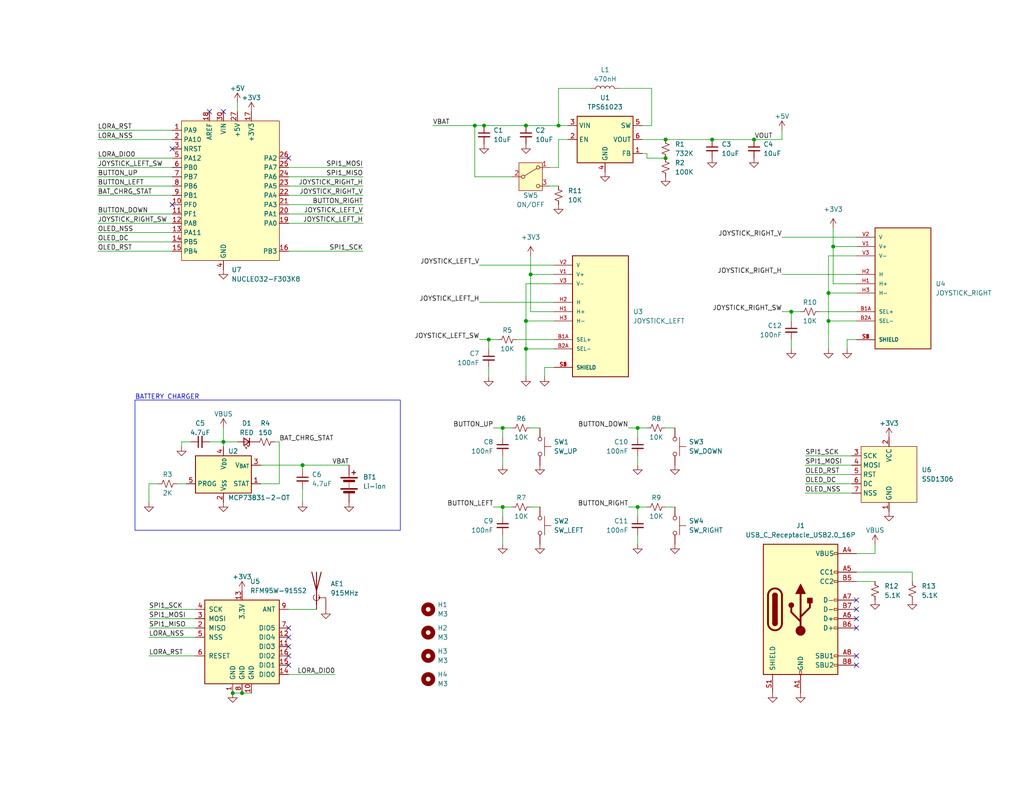
<source format=kicad_sch>
(kicad_sch (version 20231120) (generator "eeschema") (generator_version "8.0")
  (paper "USLetter")
  (title_block (title "AMP_RCv2") (date "2024-03-14") (rev "A") (company "Autonomous Motorsports Purdue"))
  (lib_symbols
    (symbol "AMP_Custom:NUCLEO32-F303K8"
      (property "Reference" "U" (at -10.16 -1.27 0))
      (property "Value" "NUCLEO32-F303K8" (at 10.16 -1.27 0))
      (symbol "NUCLEO32-F303K8_1_1"
        (rectangle (start -11.43 38.1) (end 15.24 0) (fill (type background)))
        (pin bidirectional line (at -13.97 35.56 0) (length 2.54) (name "PA9") (number "1"))
        (pin bidirectional line (at -13.97 15.24 0) (length 2.54) (name "PF0") (number "10"))
        (pin bidirectional line (at -13.97 12.7 0) (length 2.54) (name "PF1") (number "11"))
        (pin bidirectional line (at -13.97 10.16 0) (length 2.54) (name "PA8") (number "12"))
        (pin bidirectional line (at -13.97 7.62 0) (length 2.54) (name "PA11") (number "13"))
        (pin bidirectional line (at -13.97 5.08 0) (length 2.54) (name "PB5") (number "14"))
        (pin bidirectional line (at -13.97 2.54 0) (length 2.54) (name "PB4") (number "15"))
        (pin bidirectional line (at 17.78 2.54 180) (length 2.54) (name "PB3") (number "16"))
        (pin power_in line (at 7.62 40.64 270) (length 2.54) (name "+3V3") (number "17"))
        (pin power_in line (at -3.81 40.64 270) (length 2.54) (name "AREF") (number "18"))
        (pin bidirectional line (at 17.78 10.16 180) (length 2.54) (name "PA0") (number "19"))
        (pin bidirectional line (at -13.97 33.02 0) (length 2.54) (name "PA10") (number "2"))
        (pin bidirectional line (at 17.78 12.7 180) (length 2.54) (name "PA1") (number "20"))
        (pin bidirectional line (at 17.78 15.24 180) (length 2.54) (name "PA3") (number "21"))
        (pin bidirectional line (at 17.78 17.78 180) (length 2.54) (name "PA4") (number "22"))
        (pin bidirectional line (at 17.78 20.32 180) (length 2.54) (name "PA5") (number "23"))
        (pin bidirectional line (at 17.78 22.86 180) (length 2.54) (name "PA6") (number "24"))
        (pin bidirectional line (at 17.78 25.4 180) (length 2.54) (name "PA7") (number "25"))
        (pin bidirectional line (at 17.78 27.94 180) (length 2.54) (name "PA2") (number "26"))
        (pin power_in line (at 3.81 40.64 270) (length 2.54) (name "+5V") (number "27"))
        (pin bidirectional line (at -13.97 30.48 0) (length 2.54) hide (name "NRST") (number "28"))
        (pin power_in line (at 0 -2.54 90) (length 2.54) hide (name "GND") (number "29"))
        (pin bidirectional line (at -13.97 30.48 0) (length 2.54) (name "NRST") (number "3"))
        (pin power_in line (at 0 40.64 270) (length 2.54) (name "VIN") (number "30"))
        (pin power_in line (at 0 -2.54 90) (length 2.54) (name "GND") (number "4"))
        (pin bidirectional line (at -13.97 27.94 0) (length 2.54) (name "PA12") (number "5"))
        (pin bidirectional line (at -13.97 25.4 0) (length 2.54) (name "PB0") (number "6"))
        (pin bidirectional line (at -13.97 22.86 0) (length 2.54) (name "PB7") (number "7"))
        (pin bidirectional line (at -13.97 20.32 0) (length 2.54) (name "PB6") (number "8"))
        (pin bidirectional line (at -13.97 17.78 0) (length 2.54) (name "PB1") (number "9"))
      )
    )
    (symbol "AMP_Custom:SSD1306_SPI"
      (property "Reference" "U" (at 2.54 8.89 0))
      (property "Value" "SSD1306" (at 5.08 -8.89 0))
      (symbol "SSD1306_SPI_1_1"
        (rectangle (start -7.62 7.62) (end 7.62 -7.62) (fill (type background)))
        (pin power_in line (at 0 -10.16 90) (length 2.54) (name "GND") (number "1"))
        (pin power_in line (at 0 10.16 270) (length 2.54) (name "VCC") (number "2"))
        (pin input line (at -10.16 5.08 0) (length 2.54) (name "SCK") (number "3"))
        (pin input line (at -10.16 2.54 0) (length 2.54) (name "MOSI") (number "4"))
        (pin input line (at -10.16 0 0) (length 2.54) (name "RST") (number "5"))
        (pin input line (at -10.16 -2.54 0) (length 2.54) (name "DC") (number "6"))
        (pin input line (at -10.16 -5.08 0) (length 2.54) (name "NSS") (number "7"))
      )
    )
    (symbol "AMP_Custom:TPS61023"
      (property "Reference" "U" (at -5.08 6.35 0))
      (property "Value" "TPS61023" (at 0 6.35 0))
      (symbol "TPS61023_0_1"
        (rectangle (start -7.62 5.08) (end 7.62 -7.62) (stroke (width 0.254)) (fill (type background)))
      )
      (symbol "TPS61023_1_1"
        (pin input line (at 10.16 -5.08 180) (length 2.54) (name "FB") (number "1"))
        (pin input line (at -10.16 -1.27 0) (length 2.54) (name "EN") (number "2"))
        (pin power_in line (at -10.16 2.54 0) (length 2.54) (name "VIN") (number "3"))
        (pin power_in line (at 0 -10.16 90) (length 2.54) (name "GND") (number "4"))
        (pin power_out line (at 10.16 2.54 180) (length 2.54) (name "SW") (number "5"))
        (pin power_out line (at 10.16 -1.27 180) (length 2.54) (name "VOUT") (number "6"))
      )
    )
    (symbol "Battery_Management:MCP73831-2-OT"
      (property "Reference" "U" (at -7.62 6.35 0))
      (property "Value" "MCP73831-2-OT" (at 1.27 6.35 0))
      (symbol "MCP73831-2-OT_0_1"
        (rectangle (start -7.62 5.08) (end 7.62 -5.08) (stroke (width 0.254)) (fill (type background)))
      )
      (symbol "MCP73831-2-OT_1_1"
        (pin output line (at 10.16 -2.54 180) (length 2.54) (name "STAT") (number "1"))
        (pin power_in line (at 0 -7.62 90) (length 2.54) (name "V_{SS}") (number "2"))
        (pin power_out line (at 10.16 2.54 180) (length 2.54) (name "V_{BAT}") (number "3"))
        (pin power_in line (at 0 7.62 270) (length 2.54) (name "V_{DD}") (number "4"))
        (pin input line (at -10.16 -2.54 0) (length 2.54) (name "PROG") (number "5"))
      )
    )
    (symbol "COM-09032:COM-09032" (pin_names (offset 1.016))
      (property "Reference" "U" (at -7.62 16.002 0))
      (property "Value" "COM-09032" (at -7.62 -20.32 0))
      (symbol "COM-09032_0_0"
        (rectangle (start -7.62 -17.78) (end 7.62 15.24) (stroke (width 0.254)) (fill (type background)))
        (pin passive line (at -12.7 -7.62 0) (length 5.08) (name "SEL+") (number "B1A"))
        (pin passive line (at -12.7 -10.16 0) (length 5.08) (name "SEL-") (number "B2A"))
        (pin passive line (at -12.7 0 0) (length 5.08) (name "H+") (number "H1"))
        (pin passive line (at -12.7 2.54 0) (length 5.08) (name "H") (number "H2"))
        (pin passive line (at -12.7 -2.54 0) (length 5.08) (name "H-") (number "H3"))
        (pin passive line (at -12.7 -15.24 0) (length 5.08) (name "SHIELD") (number "S1"))
        (pin passive line (at -12.7 -15.24 0) (length 5.08) (name "SHIELD") (number "S2"))
        (pin passive line (at -12.7 -15.24 0) (length 5.08) (name "SHIELD") (number "S3"))
        (pin passive line (at -12.7 -15.24 0) (length 5.08) (name "SHIELD") (number "S4"))
        (pin passive line (at -12.7 10.16 0) (length 5.08) (name "V+") (number "V1"))
        (pin passive line (at -12.7 12.7 0) (length 5.08) (name "V") (number "V2"))
        (pin passive line (at -12.7 7.62 0) (length 5.08) (name "V-") (number "V3"))
      )
    )
    (symbol "Connector:USB_C_Receptacle_USB2.0_16P" (pin_names (offset 1.016))
      (property "Reference" "J" (at 0 22.225 0))
      (property "Value" "USB_C_Receptacle_USB2.0_16P" (at 0 19.685 0))
      (symbol "USB_C_Receptacle_USB2.0_16P_0_0"
        (rectangle (start -0.254 -17.78) (end 0.254 -16.764))
        (rectangle (start 10.16 -14.986) (end 9.144 -15.494))
        (rectangle (start 10.16 -12.446) (end 9.144 -12.954))
        (rectangle (start 10.16 -4.826) (end 9.144 -5.334))
        (rectangle (start 10.16 -2.286) (end 9.144 -2.794))
        (rectangle (start 10.16 0.254) (end 9.144 -0.254))
        (rectangle (start 10.16 2.794) (end 9.144 2.286))
        (rectangle (start 10.16 7.874) (end 9.144 7.366))
        (rectangle (start 10.16 10.414) (end 9.144 9.906))
        (rectangle (start 10.16 15.494) (end 9.144 14.986))
      )
      (symbol "USB_C_Receptacle_USB2.0_16P_0_1"
        (rectangle (start -10.16 17.78) (end 10.16 -17.78) (stroke (width 0.254)) (fill (type background)))
        (arc (start -8.89 -3.81) (mid -6.985 -5.7067) (end -5.08 -3.81) (stroke (width 0.508)))
        (arc (start -7.62 -3.81) (mid -6.985 -4.4423) (end -6.35 -3.81) (stroke (width 0.254)))
        (arc (start -7.62 -3.81) (mid -6.985 -4.4423) (end -6.35 -3.81) (stroke (width 0.254)) (fill (type outline)))
        (rectangle (start -7.62 -3.81) (end -6.35 3.81) (stroke (width 0.254)) (fill (type outline)))
        (arc (start -6.35 3.81) (mid -6.985 4.4423) (end -7.62 3.81) (stroke (width 0.254)))
        (arc (start -6.35 3.81) (mid -6.985 4.4423) (end -7.62 3.81) (stroke (width 0.254)) (fill (type outline)))
        (arc (start -5.08 3.81) (mid -6.985 5.7067) (end -8.89 3.81) (stroke (width 0.508)))
        (circle (center -2.54 1.143) (radius 0.635) (stroke (width 0.254)) (fill (type outline)))
        (circle (center 0 -5.842) (radius 1.27) (fill (type outline)))
        (polyline (pts (xy -8.89 -3.81) (xy -8.89 3.81)) (stroke (width 0.508)))
        (polyline (pts (xy -5.08 3.81) (xy -5.08 -3.81)) (stroke (width 0.508)))
        (polyline (pts (xy 0 -5.842) (xy 0 4.318)) (stroke (width 0.508)))
        (polyline (pts (xy 0 -3.302) (xy -2.54 -0.762) (xy -2.54 0.508)) (stroke (width 0.508)))
        (polyline (pts (xy 0 -2.032) (xy 2.54 0.508) (xy 2.54 1.778)) (stroke (width 0.508)))
        (polyline (pts (xy -1.27 4.318) (xy 0 6.858) (xy 1.27 4.318) (xy -1.27 4.318)) (stroke (width 0.254)) (fill (type outline)))
        (rectangle (start 1.905 1.778) (end 3.175 3.048) (stroke (width 0.254)) (fill (type outline)))
      )
      (symbol "USB_C_Receptacle_USB2.0_16P_1_1"
        (pin passive line (at 0 -22.86 90) (length 5.08) (name "GND") (number "A1"))
        (pin passive line (at 0 -22.86 90) (length 5.08) hide (name "GND") (number "A12"))
        (pin passive line (at 15.24 15.24 180) (length 5.08) (name "VBUS") (number "A4"))
        (pin bidirectional line (at 15.24 10.16 180) (length 5.08) (name "CC1") (number "A5"))
        (pin bidirectional line (at 15.24 -2.54 180) (length 5.08) (name "D+") (number "A6"))
        (pin bidirectional line (at 15.24 2.54 180) (length 5.08) (name "D-") (number "A7"))
        (pin bidirectional line (at 15.24 -12.7 180) (length 5.08) (name "SBU1") (number "A8"))
        (pin passive line (at 15.24 15.24 180) (length 5.08) hide (name "VBUS") (number "A9"))
        (pin passive line (at 0 -22.86 90) (length 5.08) hide (name "GND") (number "B1"))
        (pin passive line (at 0 -22.86 90) (length 5.08) hide (name "GND") (number "B12"))
        (pin passive line (at 15.24 15.24 180) (length 5.08) hide (name "VBUS") (number "B4"))
        (pin bidirectional line (at 15.24 7.62 180) (length 5.08) (name "CC2") (number "B5"))
        (pin bidirectional line (at 15.24 -5.08 180) (length 5.08) (name "D+") (number "B6"))
        (pin bidirectional line (at 15.24 0 180) (length 5.08) (name "D-") (number "B7"))
        (pin bidirectional line (at 15.24 -15.24 180) (length 5.08) (name "SBU2") (number "B8"))
        (pin passive line (at 15.24 15.24 180) (length 5.08) hide (name "VBUS") (number "B9"))
        (pin passive line (at -7.62 -22.86 90) (length 5.08) (name "SHIELD") (number "S1"))
      )
    )
    (symbol "Device:Antenna_Shield" (pin_numbers hide) (pin_names (offset 1.016) hide)
      (property "Reference" "AE" (at -1.905 4.445 0))
      (property "Value" "Antenna_Shield" (at -1.905 2.54 0))
      (symbol "Antenna_Shield_0_1"
        (arc (start -0.508 -1.143) (mid -0.8429 -2.1194) (end 0 -2.667))
        (arc (start 0 -2.667) (mid 0.7989 -2.1052) (end 0.508 -1.143))
        (polyline (pts (xy 0 -2.54) (xy 0 0)))
        (polyline (pts (xy 0 5.08) (xy 0 -3.81)) (stroke (width 0.254)))
        (polyline (pts (xy 0.762 -1.905) (xy 2.54 -1.905)))
        (polyline (pts (xy 2.54 -2.54) (xy 2.54 -1.905)))
        (polyline (pts (xy 1.27 5.08) (xy 0 0) (xy -1.27 5.08)) (stroke (width 0.254)))
        (circle (center 0.762 -1.905) (radius 0.1778) (fill (type outline)))
      )
      (symbol "Antenna_Shield_1_1"
        (pin input line (at 0 -5.08 90) (length 2.54) (name "A") (number "1"))
        (pin input line (at 2.54 -5.08 90) (length 2.54) (name "Shield") (number "2"))
      )
    )
    (symbol "Device:Battery" (pin_numbers hide) (pin_names (offset 0) hide)
      (property "Reference" "BT" (at 2.54 2.54 0))
      (property "Value" "Battery" (at 2.54 0 0))
      (symbol "Battery_0_1"
        (rectangle (start -2.286 -1.27) (end 2.286 -1.524) (fill (type outline)))
        (rectangle (start -2.286 1.778) (end 2.286 1.524) (fill (type outline)))
        (rectangle (start -1.524 -2.032) (end 1.524 -2.54) (fill (type outline)))
        (rectangle (start -1.524 1.016) (end 1.524 0.508) (fill (type outline)))
        (polyline (pts (xy 0 -1.016) (xy 0 -0.762)))
        (polyline (pts (xy 0 -0.508) (xy 0 -0.254)))
        (polyline (pts (xy 0 0) (xy 0 0.254)))
        (polyline (pts (xy 0 1.778) (xy 0 2.54)))
        (polyline (pts (xy 0.762 3.048) (xy 1.778 3.048)) (stroke (width 0.254)))
        (polyline (pts (xy 1.27 3.556) (xy 1.27 2.54)) (stroke (width 0.254)))
      )
      (symbol "Battery_1_1"
        (pin passive line (at 0 5.08 270) (length 2.54) (name "+") (number "1"))
        (pin passive line (at 0 -5.08 90) (length 2.54) (name "-") (number "2"))
      )
    )
    (symbol "Device:C_Small" (pin_numbers hide) (pin_names (offset 0.254) hide)
      (property "Reference" "C" (at 0.254 1.778 0))
      (property "Value" "C_Small" (at 0.254 -2.032 0))
      (symbol "C_Small_0_1"
        (polyline (pts (xy -1.524 -0.508) (xy 1.524 -0.508)) (stroke (width 0.3302)))
        (polyline (pts (xy -1.524 0.508) (xy 1.524 0.508)) (stroke (width 0.3048)))
      )
      (symbol "C_Small_1_1"
        (pin passive line (at 0 2.54 270) (length 2.032) (name "~") (number "1"))
        (pin passive line (at 0 -2.54 90) (length 2.032) (name "~") (number "2"))
      )
    )
    (symbol "Device:L" (pin_numbers hide) (pin_names (offset 1.016) hide)
      (property "Reference" "L" (at -1.27 0 90))
      (property "Value" "L" (at 1.905 0 90))
      (symbol "L_0_1"
        (arc (start 0 -2.54) (mid 0.6323 -1.905) (end 0 -1.27))
        (arc (start 0 -1.27) (mid 0.6323 -0.635) (end 0 0))
        (arc (start 0 0) (mid 0.6323 0.635) (end 0 1.27))
        (arc (start 0 1.27) (mid 0.6323 1.905) (end 0 2.54))
      )
      (symbol "L_1_1"
        (pin passive line (at 0 3.81 270) (length 1.27) (name "1") (number "1"))
        (pin passive line (at 0 -3.81 90) (length 1.27) (name "2") (number "2"))
      )
    )
    (symbol "Device:LED_Small" (pin_numbers hide) (pin_names (offset 0.254) hide)
      (property "Reference" "D" (at -1.27 3.175 0))
      (property "Value" "LED_Small" (at -4.445 -2.54 0))
      (symbol "LED_Small_0_1"
        (polyline (pts (xy -0.762 -1.016) (xy -0.762 1.016)) (stroke (width 0.254)))
        (polyline (pts (xy 1.016 0) (xy -0.762 0)))
        (polyline (pts (xy 0.762 -1.016) (xy -0.762 0) (xy 0.762 1.016) (xy 0.762 -1.016)) (stroke (width 0.254)))
        (polyline (pts (xy 0 0.762) (xy -0.508 1.27) (xy -0.254 1.27) (xy -0.508 1.27) (xy -0.508 1.016)))
        (polyline (pts (xy 0.508 1.27) (xy 0 1.778) (xy 0.254 1.778) (xy 0 1.778) (xy 0 1.524)))
      )
      (symbol "LED_Small_1_1"
        (pin passive line (at -2.54 0 0) (length 1.778) (name "K") (number "1"))
        (pin passive line (at 2.54 0 180) (length 1.778) (name "A") (number "2"))
      )
    )
    (symbol "Device:R_Small_US" (pin_numbers hide) (pin_names (offset 0.254) hide)
      (property "Reference" "R" (at 0.762 0.508 0))
      (property "Value" "R_Small_US" (at 0.762 -1.016 0))
      (symbol "R_Small_US_1_1"
        (polyline (pts (xy 0 0) (xy 1.016 -0.381) (xy 0 -0.762) (xy -1.016 -1.143) (xy 0 -1.524)))
        (polyline (pts (xy 0 1.524) (xy 1.016 1.143) (xy 0 0.762) (xy -1.016 0.381) (xy 0 0)))
        (pin passive line (at 0 2.54 270) (length 1.016) (name "~") (number "1"))
        (pin passive line (at 0 -2.54 90) (length 1.016) (name "~") (number "2"))
      )
    )
    (symbol "Mechanical:MountingHole" (pin_names (offset 1.016))
      (property "Reference" "H" (at 0 5.08 0))
      (property "Value" "MountingHole" (at 0 3.175 0))
      (symbol "MountingHole_0_1"
        (circle (center 0 0) (radius 1.27) (stroke (width 1.27)))
      )
    )
    (symbol "RF_Module:RFM95W-915S2" (pin_names (offset 1.016))
      (property "Reference" "U" (at -10.414 11.684 0))
      (property "Value" "RFM95W-915S2" (at 1.524 11.43 0))
      (symbol "RFM95W-915S2_0_1"
        (rectangle (start -10.16 10.16) (end 10.16 -12.7) (stroke (width 0.254)) (fill (type background)))
      )
      (symbol "RFM95W-915S2_1_1"
        (pin power_in line (at -2.54 -15.24 90) (length 2.54) (name "GND") (number "1"))
        (pin power_in line (at 2.54 -15.24 90) (length 2.54) (name "GND") (number "10"))
        (pin bidirectional line (at 12.7 -2.54 180) (length 2.54) (name "DIO3") (number "11"))
        (pin bidirectional line (at 12.7 0 180) (length 2.54) (name "DIO4") (number "12"))
        (pin power_in line (at 0 12.7 270) (length 2.54) (name "3.3V") (number "13"))
        (pin bidirectional line (at 12.7 -10.16 180) (length 2.54) (name "DIO0") (number "14"))
        (pin bidirectional line (at 12.7 -7.62 180) (length 2.54) (name "DIO1") (number "15"))
        (pin bidirectional line (at 12.7 -5.08 180) (length 2.54) (name "DIO2") (number "16"))
        (pin output line (at -12.7 2.54 0) (length 2.54) (name "MISO") (number "2"))
        (pin input line (at -12.7 5.08 0) (length 2.54) (name "MOSI") (number "3"))
        (pin input line (at -12.7 7.62 0) (length 2.54) (name "SCK") (number "4"))
        (pin input line (at -12.7 0 0) (length 2.54) (name "NSS") (number "5"))
        (pin bidirectional line (at -12.7 -5.08 0) (length 2.54) (name "RESET") (number "6"))
        (pin bidirectional line (at 12.7 2.54 180) (length 2.54) (name "DIO5") (number "7"))
        (pin power_in line (at 0 -15.24 90) (length 2.54) (name "GND") (number "8"))
        (pin bidirectional line (at 12.7 7.62 180) (length 2.54) (name "ANT") (number "9"))
      )
    )
    (symbol "Switch:SW_Push" (pin_numbers hide) (pin_names (offset 1.016) hide)
      (property "Reference" "SW" (at 1.27 2.54 0))
      (property "Value" "SW_Push" (at 0 -1.524 0))
      (symbol "SW_Push_0_1"
        (circle (center -2.032 0) (radius 0.508))
        (polyline (pts (xy 0 1.27) (xy 0 3.048)))
        (polyline (pts (xy 2.54 1.27) (xy -2.54 1.27)))
        (circle (center 2.032 0) (radius 0.508))
        (pin passive line (at -5.08 0 0) (length 2.54) (name "1") (number "1"))
        (pin passive line (at 5.08 0 180) (length 2.54) (name "2") (number "2"))
      )
    )
    (symbol "Switch:SW_SPDT" (pin_names (offset 0) hide)
      (property "Reference" "SW" (at 0 5.08 0))
      (property "Value" "SW_SPDT" (at 0 -5.08 0))
      (symbol "SW_SPDT_0_1"
        (circle (center -2.032 0) (radius 0.4572))
        (polyline (pts (xy -1.651 0.254) (xy 1.651 2.286)))
        (circle (center 2.032 -2.54) (radius 0.4572))
        (circle (center 2.032 2.54) (radius 0.4572))
      )
      (symbol "SW_SPDT_1_1"
        (rectangle (start -3.175 3.81) (end 3.175 -3.81) (fill (type background)))
        (pin passive line (at 5.08 2.54 180) (length 2.54) (name "A") (number "1"))
        (pin passive line (at -5.08 0 0) (length 2.54) (name "B") (number "2"))
        (pin passive line (at 5.08 -2.54 180) (length 2.54) (name "C") (number "3"))
      )
    )
    (symbol "power:+3V3" (power) (pin_names (offset 0))
      (property "Value" "+3V3" (at 0 3.556 0))
      (symbol "+3V3_0_1"
        (polyline (pts (xy -0.762 1.27) (xy 0 2.54)))
        (polyline (pts (xy 0 0) (xy 0 2.54)))
        (polyline (pts (xy 0 2.54) (xy 0.762 1.27)))
      )
      (symbol "+3V3_1_1"
        (pin power_in line (at 0 0 90) (length 0) hide (name "+3V3") (number "1"))
      )
    )
    (symbol "power:+5V" (power) (pin_names (offset 0))
      (property "Value" "+5V" (at 0 3.556 0))
      (symbol "+5V_0_1"
        (polyline (pts (xy -0.762 1.27) (xy 0 2.54)))
        (polyline (pts (xy 0 0) (xy 0 2.54)))
        (polyline (pts (xy 0 2.54) (xy 0.762 1.27)))
      )
      (symbol "+5V_1_1"
        (pin power_in line (at 0 0 90) (length 0) hide (name "+5V") (number "1"))
      )
    )
    (symbol "power:GND" (power) (pin_names (offset 0))
      (property "Value" "GND" (at 0 -3.81 0))
      (symbol "GND_0_1"
        (polyline (pts (xy 0 0) (xy 0 -1.27) (xy 1.27 -1.27) (xy 0 -2.54) (xy -1.27 -1.27) (xy 0 -1.27)))
      )
      (symbol "GND_1_1"
        (pin power_in line (at 0 0 270) (length 0) hide (name "GND") (number "1"))
      )
    )
    (symbol "power:VBUS" (power) (pin_names (offset 0))
      (property "Value" "VBUS" (at 0 3.81 0))
      (symbol "VBUS_0_1"
        (polyline (pts (xy -0.762 1.27) (xy 0 2.54)))
        (polyline (pts (xy 0 0) (xy 0 2.54)))
        (polyline (pts (xy 0 2.54) (xy 0.762 1.27)))
      )
      (symbol "VBUS_1_1"
        (pin power_in line (at 0 0 90) (length 0) hide (name "VBUS") (number "1"))
      )
    )
  )
  (junction (at 129.54 34.29))
  (junction (at 226.06 80.01))
  (junction (at 152.4 34.29))
  (junction (at 143.51 87.63))
  (junction (at 227.33 67.31))
  (junction (at 137.16 116.84))
  (junction (at 144.78 74.93))
  (junction (at 215.9 85.09))
  (junction (at 194.31 38.1))
  (junction (at 66.04 189.23))
  (junction (at 205.74 38.1))
  (junction (at 63.5 189.23))
  (junction (at 173.99 138.43))
  (junction (at 181.61 43.18))
  (junction (at 226.06 87.63))
  (junction (at 133.35 92.71))
  (junction (at 82.55 127))
  (junction (at 143.51 34.29))
  (junction (at 60.96 120.65))
  (junction (at 137.16 138.43))
  (junction (at 132.08 34.29))
  (junction (at 143.51 95.25))
  (junction (at 181.61 38.1))
  (junction (at 173.99 116.84))
  (no_connect (at 233.68 181.61))
  (no_connect (at 78.74 173.99))
  (no_connect (at 78.74 176.53))
  (no_connect (at 78.74 181.61))
  (no_connect (at 233.68 171.45))
  (no_connect (at 233.68 179.07))
  (no_connect (at 233.68 163.83))
  (no_connect (at 78.74 179.07))
  (no_connect (at 78.74 171.45))
  (no_connect (at 60.96 30.48))
  (no_connect (at 57.15 30.48))
  (no_connect (at 78.74 43.18))
  (no_connect (at 46.99 55.88))
  (no_connect (at 233.68 168.91))
  (no_connect (at 233.68 166.37))
  (no_connect (at 46.99 40.64))
  (wire (pts (xy 143.51 34.29) (xy 152.4 34.29)))
  (wire (pts (xy 60.96 120.65) (xy 60.96 121.92)))
  (wire (pts (xy 226.06 80.01) (xy 226.06 69.85)))
  (wire (pts (xy 134.62 138.43) (xy 137.16 138.43)))
  (wire (pts (xy 129.54 48.26) (xy 139.7 48.26)))
  (wire (pts (xy 226.06 87.63) (xy 233.68 87.63)))
  (wire (pts (xy 143.51 87.63) (xy 143.51 95.25)))
  (wire (pts (xy 219.71 129.54) (xy 232.41 129.54)))
  (wire (pts (xy 40.64 132.08) (xy 40.64 137.16)))
  (wire (pts (xy 175.26 41.91) (xy 176.53 41.91)))
  (wire (pts (xy 168.91 24.13) (xy 177.8 24.13)))
  (wire (pts (xy 74.93 120.65) (xy 76.2 120.65)))
  (wire (pts (xy 144.78 116.84) (xy 147.32 116.84)))
  (wire (pts (xy 219.71 134.62) (xy 232.41 134.62)))
  (wire (pts (xy 139.7 138.43) (xy 137.16 138.43)))
  (wire (pts (xy 76.2 120.65) (xy 76.2 132.08)))
  (wire (pts (xy 40.64 179.07) (xy 53.34 179.07)))
  (wire (pts (xy 173.99 116.84) (xy 173.99 119.38)))
  (wire (pts (xy 26.67 60.96) (xy 46.99 60.96)))
  (wire (pts (xy 144.78 74.93) (xy 144.78 85.09)))
  (wire (pts (xy 26.67 58.42) (xy 46.99 58.42)))
  (wire (pts (xy 171.45 116.84) (xy 173.99 116.84)))
  (wire (pts (xy 63.5 189.23) (xy 66.04 189.23)))
  (wire (pts (xy 48.26 132.08) (xy 50.8 132.08)))
  (wire (pts (xy 173.99 124.46) (xy 173.99 127)))
  (wire (pts (xy 49.53 121.92) (xy 49.53 120.65)))
  (wire (pts (xy 213.36 64.77) (xy 233.68 64.77)))
  (wire (pts (xy 26.67 38.1) (xy 46.99 38.1)))
  (wire (pts (xy 26.67 66.04) (xy 46.99 66.04)))
  (wire (pts (xy 219.71 124.46) (xy 232.41 124.46)))
  (wire (pts (xy 171.45 138.43) (xy 173.99 138.43)))
  (wire (pts (xy 219.71 127) (xy 232.41 127)))
  (wire (pts (xy 233.68 158.75) (xy 238.76 158.75)))
  (wire (pts (xy 118.11 34.29) (xy 129.54 34.29)))
  (wire (pts (xy 26.67 68.58) (xy 46.99 68.58)))
  (wire (pts (xy 227.33 62.23) (xy 227.33 67.31)))
  (wire (pts (xy 64.77 27.94) (xy 64.77 30.48)))
  (wire (pts (xy 176.53 43.18) (xy 181.61 43.18)))
  (wire (pts (xy 26.67 45.72) (xy 46.99 45.72)))
  (wire (pts (xy 78.74 68.58) (xy 99.06 68.58)))
  (wire (pts (xy 148.59 102.87) (xy 148.59 100.33)))
  (wire (pts (xy 226.06 87.63) (xy 226.06 95.25)))
  (wire (pts (xy 149.86 50.8) (xy 152.4 50.8)))
  (wire (pts (xy 71.12 127) (xy 82.55 127)))
  (wire (pts (xy 49.53 120.65) (xy 52.07 120.65)))
  (wire (pts (xy 78.74 58.42) (xy 99.06 58.42)))
  (wire (pts (xy 137.16 146.05) (xy 137.16 148.59)))
  (wire (pts (xy 205.74 38.1) (xy 213.36 38.1)))
  (wire (pts (xy 40.64 173.99) (xy 53.34 173.99)))
  (wire (pts (xy 154.94 38.1) (xy 152.4 38.1)))
  (wire (pts (xy 227.33 77.47) (xy 233.68 77.47)))
  (wire (pts (xy 176.53 138.43) (xy 173.99 138.43)))
  (wire (pts (xy 181.61 138.43) (xy 184.15 138.43)))
  (wire (pts (xy 26.67 53.34) (xy 46.99 53.34)))
  (wire (pts (xy 248.92 158.75) (xy 248.92 156.21)))
  (wire (pts (xy 26.67 43.18) (xy 46.99 43.18)))
  (wire (pts (xy 133.35 95.25) (xy 133.35 92.71)))
  (wire (pts (xy 144.78 74.93) (xy 151.13 74.93)))
  (wire (pts (xy 40.64 171.45) (xy 53.34 171.45)))
  (wire (pts (xy 143.51 87.63) (xy 143.51 77.47)))
  (wire (pts (xy 248.92 156.21) (xy 233.68 156.21)))
  (wire (pts (xy 137.16 116.84) (xy 137.16 119.38)))
  (wire (pts (xy 137.16 124.46) (xy 137.16 127)))
  (wire (pts (xy 181.61 38.1) (xy 194.31 38.1)))
  (wire (pts (xy 82.55 127) (xy 82.55 128.27)))
  (wire (pts (xy 181.61 116.84) (xy 184.15 116.84)))
  (wire (pts (xy 215.9 85.09) (xy 218.44 85.09)))
  (wire (pts (xy 231.14 92.71) (xy 233.68 92.71)))
  (wire (pts (xy 66.04 189.23) (xy 68.58 189.23)))
  (wire (pts (xy 152.4 38.1) (xy 152.4 45.72)))
  (wire (pts (xy 149.86 45.72) (xy 152.4 45.72)))
  (wire (pts (xy 176.53 116.84) (xy 173.99 116.84)))
  (wire (pts (xy 143.51 77.47) (xy 151.13 77.47)))
  (wire (pts (xy 144.78 69.85) (xy 144.78 74.93)))
  (wire (pts (xy 238.76 151.13) (xy 233.68 151.13)))
  (wire (pts (xy 175.26 38.1) (xy 181.61 38.1)))
  (wire (pts (xy 78.74 45.72) (xy 99.06 45.72)))
  (wire (pts (xy 133.35 100.33) (xy 133.35 102.87)))
  (wire (pts (xy 143.51 95.25) (xy 151.13 95.25)))
  (wire (pts (xy 78.74 50.8) (xy 99.06 50.8)))
  (wire (pts (xy 78.74 166.37) (xy 86.36 166.37)))
  (wire (pts (xy 152.4 24.13) (xy 152.4 34.29)))
  (wire (pts (xy 40.64 168.91) (xy 53.34 168.91)))
  (wire (pts (xy 231.14 95.25) (xy 231.14 92.71)))
  (wire (pts (xy 129.54 34.29) (xy 132.08 34.29)))
  (wire (pts (xy 139.7 116.84) (xy 137.16 116.84)))
  (wire (pts (xy 223.52 85.09) (xy 233.68 85.09)))
  (wire (pts (xy 60.96 116.84) (xy 60.96 120.65)))
  (wire (pts (xy 226.06 80.01) (xy 233.68 80.01)))
  (wire (pts (xy 238.76 148.59) (xy 238.76 151.13)))
  (wire (pts (xy 26.67 48.26) (xy 46.99 48.26)))
  (wire (pts (xy 219.71 132.08) (xy 232.41 132.08)))
  (wire (pts (xy 143.51 95.25) (xy 143.51 102.87)))
  (wire (pts (xy 143.51 87.63) (xy 151.13 87.63)))
  (wire (pts (xy 173.99 146.05) (xy 173.99 148.59)))
  (wire (pts (xy 215.9 92.71) (xy 215.9 95.25)))
  (wire (pts (xy 129.54 34.29) (xy 129.54 48.26)))
  (wire (pts (xy 213.36 74.93) (xy 233.68 74.93)))
  (wire (pts (xy 213.36 85.09) (xy 215.9 85.09)))
  (wire (pts (xy 78.74 184.15) (xy 91.44 184.15)))
  (wire (pts (xy 176.53 41.91) (xy 176.53 43.18)))
  (wire (pts (xy 152.4 34.29) (xy 154.94 34.29)))
  (wire (pts (xy 148.59 100.33) (xy 151.13 100.33)))
  (wire (pts (xy 132.08 34.29) (xy 143.51 34.29)))
  (wire (pts (xy 194.31 38.1) (xy 205.74 38.1)))
  (wire (pts (xy 130.81 72.39) (xy 151.13 72.39)))
  (wire (pts (xy 226.06 80.01) (xy 226.06 87.63)))
  (wire (pts (xy 227.33 67.31) (xy 227.33 77.47)))
  (wire (pts (xy 78.74 60.96) (xy 99.06 60.96)))
  (wire (pts (xy 144.78 138.43) (xy 147.32 138.43)))
  (wire (pts (xy 161.29 24.13) (xy 152.4 24.13)))
  (wire (pts (xy 60.96 120.65) (xy 64.77 120.65)))
  (wire (pts (xy 173.99 138.43) (xy 173.99 140.97)))
  (wire (pts (xy 227.33 67.31) (xy 233.68 67.31)))
  (wire (pts (xy 26.67 50.8) (xy 46.99 50.8)))
  (wire (pts (xy 130.81 92.71) (xy 133.35 92.71)))
  (wire (pts (xy 133.35 92.71) (xy 135.89 92.71)))
  (wire (pts (xy 78.74 55.88) (xy 99.06 55.88)))
  (wire (pts (xy 134.62 116.84) (xy 137.16 116.84)))
  (wire (pts (xy 78.74 53.34) (xy 99.06 53.34)))
  (wire (pts (xy 40.64 166.37) (xy 53.34 166.37)))
  (wire (pts (xy 177.8 24.13) (xy 177.8 34.29)))
  (wire (pts (xy 26.67 35.56) (xy 46.99 35.56)))
  (wire (pts (xy 82.55 127) (xy 95.25 127)))
  (wire (pts (xy 76.2 132.08) (xy 71.12 132.08)))
  (wire (pts (xy 140.97 92.71) (xy 151.13 92.71)))
  (wire (pts (xy 215.9 87.63) (xy 215.9 85.09)))
  (wire (pts (xy 57.15 120.65) (xy 60.96 120.65)))
  (wire (pts (xy 40.64 132.08) (xy 43.18 132.08)))
  (wire (pts (xy 144.78 85.09) (xy 151.13 85.09)))
  (wire (pts (xy 78.74 48.26) (xy 99.06 48.26)))
  (wire (pts (xy 213.36 35.56) (xy 213.36 38.1)))
  (wire (pts (xy 130.81 82.55) (xy 151.13 82.55)))
  (wire (pts (xy 226.06 69.85) (xy 233.68 69.85)))
  (wire (pts (xy 177.8 34.29) (xy 175.26 34.29)))
  (wire (pts (xy 137.16 138.43) (xy 137.16 140.97)))
  (wire (pts (xy 82.55 133.35) (xy 82.55 137.16)))
  (wire (pts (xy 26.67 63.5) (xy 46.99 63.5)))
  (rectangle (start 36.83 109.22) (end 109.22 144.78))
  (text "BATTERY CHARGER" (at 36.83 109.22 0) (effects (font (size 1.27 1.27)) (justify left bottom)))
  (label "VBAT" (at 118.11 34.29 0))
  (label "JOYSTICK_LEFT_V" (at 99.06 58.42 180))
  (label "SPI1_MISO" (at 99.06 48.26 180))
  (label "JOYSTICK_LEFT_V" (at 130.81 72.39 180))
  (label "JOYSTICK_RIGHT_H" (at 213.36 74.93 180))
  (label "JOYSTICK_LEFT_SW" (at 130.81 92.71 180))
  (label "JOYSTICK_RIGHT_V" (at 213.36 64.77 180))
  (label "JOYSTICK_RIGHT_SW" (at 26.67 60.96 0))
  (label "BUTTON_LEFT" (at 134.62 138.43 180))
  (label "BUTTON_LEFT" (at 26.67 50.8 0))
  (label "OLED_NSS" (at 26.67 63.5 0))
  (label "LORA_NSS" (at 26.67 38.1 0))
  (label "BUTTON_RIGHT" (at 171.45 138.43 180))
  (label "OLED_DC" (at 26.67 66.04 0))
  (label "JOYSTICK_RIGHT_H" (at 99.06 50.8 180))
  (label "SPI1_MOSI" (at 219.71 127 0))
  (label "LORA_NSS" (at 40.64 173.99 0))
  (label "BAT_CHRG_STAT" (at 76.2 120.65 0))
  (label "JOYSTICK_LEFT_SW" (at 26.67 45.72 0))
  (label "BUTTON_UP" (at 134.62 116.84 180))
  (label "JOYSTICK_RIGHT_SW" (at 213.36 85.09 180))
  (label "LORA_DIO0" (at 91.44 184.15 180))
  (label "BUTTON_DOWN" (at 171.45 116.84 180))
  (label "OLED_DC" (at 219.71 132.08 0))
  (label "BUTTON_RIGHT" (at 99.06 55.88 180))
  (label "LORA_RST" (at 26.67 35.56 0))
  (label "SPI1_MISO" (at 40.64 171.45 0))
  (label "SPI1_SCK" (at 99.06 68.58 180))
  (label "BUTTON_UP" (at 26.67 48.26 0))
  (label "SPI1_MOSI" (at 99.06 45.72 180))
  (label "LORA_RST" (at 40.64 179.07 0))
  (label "LORA_DIO0" (at 26.67 43.18 0))
  (label "OLED_RST" (at 26.67 68.58 0))
  (label "SPI1_MOSI" (at 40.64 168.91 0))
  (label "JOYSTICK_RIGHT_V" (at 99.06 53.34 180))
  (label "JOYSTICK_LEFT_H" (at 130.81 82.55 180))
  (label "SPI1_SCK" (at 219.71 124.46 0))
  (label "VBAT" (at 95.25 127 180))
  (label "VOUT" (at 210.82 38.1 180))
  (label "OLED_RST" (at 219.71 129.54 0))
  (label "BUTTON_DOWN" (at 26.67 58.42 0))
  (label "SPI1_SCK" (at 40.64 166.37 0))
  (label "OLED_NSS" (at 219.71 134.62 0))
  (label "BAT_CHRG_STAT" (at 26.67 53.34 0))
  (label "JOYSTICK_LEFT_H" (at 99.06 60.96 180))
  (symbol (lib_id "Device:R_Small_US") (at 142.24 116.84 90) (unit 1)
    (property "Reference" "R6" (at 142.24 114.3 90))
    (property "Value" "10K" (at 142.24 119.38 90))
    (property "Footprint" "Resistor_SMD:R_0805_2012Metric_Pad1.20x1.40mm_HandSolder" (effects (hide yes)))
  )
  (symbol (lib_id "power:GND") (at 194.31 43.18 0) (unit 1)
    (property "Reference" "#PWR05" (effects (hide yes)))
    (property "Value" "GND" (effects (hide yes)))
  )
  (symbol (lib_id "Device:Antenna_Shield") (at 86.36 161.29 0) (unit 1)
    (property "Reference" "AE1" (at 90.17 159.385 0) (effects (justify left)))
    (property "Value" "915MHz" (at 90.17 161.925 0) (effects (justify left)))
    (property "Footprint" "Connector_Coaxial:SMA_Amphenol_132291_Vertical" (effects (hide yes)))
  )
  (symbol (lib_id "power:GND") (at 88.9 166.37 0) (unit 1)
    (property "Reference" "#PWR034" (effects (hide yes)))
    (property "Value" "GND" (effects (hide yes)))
  )
  (symbol (lib_id "power:GND") (at 133.35 102.87 0) (unit 1)
    (property "Reference" "#PWR015" (effects (hide yes)))
    (property "Value" "GND" (effects (hide yes)))
  )
  (symbol (lib_id "power:+3V3") (at 144.78 69.85 0) (unit 1)
    (property "Reference" "#PWR019" (effects (hide yes)))
    (property "Value" "+3V3" (at 144.78 64.77 0))
  )
  (symbol (lib_id "power:+3V3") (at 242.57 119.38 0) (unit 1)
    (property "Reference" "#PWR036" (effects (hide yes)))
    (property "Value" "+3V3" (at 242.57 115.57 0))
  )
  (symbol (lib_id "Device:C_Small") (at 173.99 121.92 0) (unit 1)
    (property "Reference" "C10" (at 171.45 120.65 0) (effects (justify right)))
    (property "Value" "100nF" (at 171.45 123.19 0) (effects (justify right)))
    (property "Footprint" "Capacitor_SMD:C_0805_2012Metric_Pad1.18x1.45mm_HandSolder" (effects (hide yes)))
  )
  (symbol (lib_id "power:GND") (at 242.57 139.7 0) (unit 1)
    (property "Reference" "#PWR035" (effects (hide yes)))
    (property "Value" "GND" (effects (hide yes)))
  )
  (symbol (lib_id "power:GND") (at 218.44 189.23 0) (unit 1)
    (property "Reference" "#PWR08" (effects (hide yes)))
    (property "Value" "GND" (effects (hide yes)))
  )
  (symbol (lib_id "power:GND") (at 60.96 137.16 0) (unit 1)
    (property "Reference" "#PWR012" (effects (hide yes)))
    (property "Value" "GND" (effects (hide yes)))
  )
  (symbol (lib_id "Device:LED_Small") (at 67.31 120.65 180) (unit 1)
    (property "Reference" "D1" (at 67.31 115.57 0))
    (property "Value" "RED" (at 67.31 118.11 0))
    (property "Footprint" "LED_SMD:LED_0805_2012Metric_Pad1.15x1.40mm_HandSolder" (effects (hide yes)))
  )
  (symbol (lib_id "Switch:SW_SPDT") (at 144.78 48.26 0) (unit 1)
    (property "Reference" "SW5" (at 144.78 53.34 0))
    (property "Value" "ON/OFF" (at 144.78 55.88 0))
    (property "Footprint" "AMP_Custom:SLW-121586-5A-D" (effects (hide yes)))
  )
  (symbol (lib_id "Device:R_Small_US") (at 72.39 120.65 90) (unit 1)
    (property "Reference" "R4" (at 72.39 115.57 90))
    (property "Value" "150" (at 72.39 118.11 90))
    (property "Footprint" "Resistor_SMD:R_0805_2012Metric_Pad1.20x1.40mm_HandSolder" (effects (hide yes)))
  )
  (symbol (lib_id "Device:R_Small_US") (at 138.43 92.71 90) (unit 1)
    (property "Reference" "R5" (at 138.43 90.17 90))
    (property "Value" "10K" (at 138.43 95.25 90))
    (property "Footprint" "Resistor_SMD:R_0805_2012Metric_Pad1.20x1.40mm_HandSolder" (effects (hide yes)))
  )
  (symbol (lib_id "Device:C_Small") (at 205.74 40.64 0) (unit 1)
    (property "Reference" "C4" (at 208.28 39.3763 0) (effects (justify left)))
    (property "Value" "10uF" (at 208.28 41.9163 0) (effects (justify left)))
    (property "Footprint" "Capacitor_SMD:C_0805_2012Metric_Pad1.18x1.45mm_HandSolder" (effects (hide yes)))
  )
  (symbol (lib_id "Device:C_Small") (at 194.31 40.64 0) (unit 1)
    (property "Reference" "C3" (at 196.85 39.3763 0) (effects (justify left)))
    (property "Value" "10uF" (at 196.85 41.9163 0) (effects (justify left)))
    (property "Footprint" "Capacitor_SMD:C_0805_2012Metric_Pad1.18x1.45mm_HandSolder" (effects (hide yes)))
  )
  (symbol (lib_id "Device:C_Small") (at 132.08 36.83 0) (unit 1)
    (property "Reference" "C1" (at 134.62 35.5663 0) (effects (justify left)))
    (property "Value" "10uF" (at 134.62 38.1063 0) (effects (justify left)))
    (property "Footprint" "Capacitor_SMD:C_0805_2012Metric_Pad1.18x1.45mm_HandSolder" (effects (hide yes)))
  )
  (symbol (lib_id "AMP_Custom:NUCLEO32-F303K8") (at 60.96 71.12 0) (unit 1)
    (property "Reference" "U7" (at 63.1541 73.66 0) (effects (justify left)))
    (property "Value" "NUCLEO32-F303K8" (at 63.1541 76.2 0) (effects (justify left)))
    (property "Footprint" "AMP_Custom:NUCLEO32" (effects (hide yes)))
    (property "Datasheet" "https://www.st.com/resource/en/data_brief/nucleo-f303k8.pdf" (effects (hide yes)))
  )
  (symbol (lib_id "power:GND") (at 173.99 148.59 0) (unit 1)
    (property "Reference" "#PWR024" (effects (hide yes)))
    (property "Value" "GND" (effects (hide yes)))
  )
  (symbol (lib_id "Device:C_Small") (at 133.35 97.79 0) (unit 1)
    (property "Reference" "C7" (at 130.81 96.52 0) (effects (justify right)))
    (property "Value" "100nF" (at 130.81 99.06 0) (effects (justify right)))
    (property "Footprint" "Capacitor_SMD:C_0805_2012Metric_Pad1.18x1.45mm_HandSolder" (effects (hide yes)))
  )
  (symbol (lib_id "power:+3V3") (at 227.33 62.23 0) (unit 1)
    (property "Reference" "#PWR029" (effects (hide yes)))
    (property "Value" "+3V3" (at 227.33 57.15 0))
  )
  (symbol (lib_id "Device:R_Small_US") (at 142.24 138.43 90) (unit 1)
    (property "Reference" "R7" (at 142.24 135.89 90))
    (property "Value" "10K" (at 142.24 140.97 90))
    (property "Footprint" "Resistor_SMD:R_0805_2012Metric_Pad1.20x1.40mm_HandSolder" (effects (hide yes)))
  )
  (symbol (lib_id "power:GND") (at 143.51 102.87 0) (unit 1)
    (property "Reference" "#PWR018" (effects (hide yes)))
    (property "Value" "GND" (effects (hide yes)))
  )
  (symbol (lib_id "AMP_Custom:TPS61023") (at 165.1 36.83 0) (unit 1)
    (property "Reference" "U1" (at 165.1 26.67 0))
    (property "Value" "TPS61023" (at 165.1 29.21 0))
    (property "Footprint" "Package_TO_SOT_SMD:SOT-563" (effects (hide yes)))
    (property "Datasheet" "https://www.ti.com/lit/ds/symlink/tps61023.pdf" (effects (hide yes)))
  )
  (symbol (lib_id "Device:C_Small") (at 137.16 143.51 0) (unit 1)
    (property "Reference" "C9" (at 134.62 142.24 0) (effects (justify right)))
    (property "Value" "100nF" (at 134.62 144.78 0) (effects (justify right)))
    (property "Footprint" "Capacitor_SMD:C_0805_2012Metric_Pad1.18x1.45mm_HandSolder" (effects (hide yes)))
  )
  (symbol (lib_id "Mechanical:MountingHole") (at 116.84 166.37 0) (unit 1)
    (property "Reference" "H1" (at 119.38 165.1 0) (effects (justify left)))
    (property "Value" "M3" (at 119.38 167.64 0) (effects (justify left)))
    (property "Footprint" "MountingHole:MountingHole_3.2mm_M3" (effects (hide yes)))
  )
  (symbol (lib_id "power:GND") (at 60.96 73.66 0) (unit 1)
    (property "Reference" "#PWR043" (effects (hide yes)))
    (property "Value" "GND" (effects (hide yes)))
  )
  (symbol (lib_id "AMP_Custom:SSD1306_SPI") (at 242.57 129.54 0) (unit 1)
    (property "Reference" "U6" (at 251.46 128.27 0) (effects (justify left)))
    (property "Value" "SSD1306" (at 251.46 130.81 0) (effects (justify left)))
    (property "Footprint" "AMP_Custom:SSD1306_SPI" (effects (hide yes)))
    (property "Datasheet" "https://cdn-shop.adafruit.com/datasheets/SSD1306.pdf" (effects (hide yes)))
  )
  (symbol (lib_id "power:GND") (at 238.76 163.83 0) (unit 1)
    (property "Reference" "#PWR038" (effects (hide yes)))
    (property "Value" "GND" (effects (hide yes)))
  )
  (symbol (lib_id "power:+5V") (at 213.36 35.56 0) (unit 1)
    (property "Reference" "#PWR07" (effects (hide yes)))
    (property "Value" "+5V" (at 213.36 31.75 0))
  )
  (symbol (lib_id "power:GND") (at 137.16 127 0) (unit 1)
    (property "Reference" "#PWR016" (effects (hide yes)))
    (property "Value" "GND" (effects (hide yes)))
  )
  (symbol (lib_id "power:GND") (at 181.61 48.26 0) (unit 1)
    (property "Reference" "#PWR04" (effects (hide yes)))
    (property "Value" "GND" (effects (hide yes)))
  )
  (symbol (lib_id "power:GND") (at 49.53 121.92 0) (unit 1)
    (property "Reference" "#PWR010" (effects (hide yes)))
    (property "Value" "GND" (effects (hide yes)))
  )
  (symbol (lib_id "power:GND") (at 82.55 137.16 0) (unit 1)
    (property "Reference" "#PWR013" (effects (hide yes)))
    (property "Value" "GND" (effects (hide yes)))
  )
  (symbol (lib_id "Switch:SW_Push") (at 147.32 121.92 270) (unit 1)
    (property "Reference" "SW1" (at 151.13 120.65 90) (effects (justify left)))
    (property "Value" "SW_UP" (at 151.13 123.19 90) (effects (justify left)))
    (property "Footprint" "Button_Switch_THT:SW_PUSH-12mm" (effects (hide yes)))
  )
  (symbol (lib_id "power:GND") (at 215.9 95.25 0) (unit 1)
    (property "Reference" "#PWR027" (effects (hide yes)))
    (property "Value" "GND" (effects (hide yes)))
  )
  (symbol (lib_id "Device:L") (at 165.1 24.13 90) (unit 1)
    (property "Reference" "L1" (at 165.1 19.05 90))
    (property "Value" "470nH" (at 165.1 21.59 90))
    (property "Footprint" "Inductor_SMD:L_Vishay_IHLP-1212" (effects (hide yes)))
  )
  (symbol (lib_id "power:GND") (at 165.1 46.99 0) (unit 1)
    (property "Reference" "#PWR01" (effects (hide yes)))
    (property "Value" "GND" (effects (hide yes)))
  )
  (symbol (lib_id "power:GND") (at 184.15 148.59 0) (unit 1)
    (property "Reference" "#PWR026" (effects (hide yes)))
    (property "Value" "GND" (effects (hide yes)))
  )
  (symbol (lib_id "power:GND") (at 132.08 39.37 0) (unit 1)
    (property "Reference" "#PWR03" (effects (hide yes)))
    (property "Value" "GND" (effects (hide yes)))
  )
  (symbol (lib_id "Device:C_Small") (at 143.51 36.83 0) (unit 1)
    (property "Reference" "C2" (at 146.05 35.5663 0) (effects (justify left)))
    (property "Value" "10uF" (at 146.05 38.1063 0) (effects (justify left)))
    (property "Footprint" "Capacitor_SMD:C_0805_2012Metric_Pad1.18x1.45mm_HandSolder" (effects (hide yes)))
  )
  (symbol (lib_id "COM-09032:COM-09032") (at 163.83 85.09 0) (unit 1)
    (property "Reference" "U3" (at 172.72 85.09 0) (effects (justify left)))
    (property "Value" "JOYSTICK_LEFT" (at 172.72 87.63 0) (effects (justify left)))
    (property "Footprint" "COM-09032:XDCR_COM-09032" (effects (hide yes)))
    (property "MAXIMUM_PACKAGE_HEIGHT" "30.1mm" (effects (hide yes)))
    (property "PARTREV" "N/A" (effects (hide yes)))
    (property "STANDARD" "Manufacturer Recommendations" (effects (hide yes)))
    (property "MANUFACTURER" "SparkFun Electronics" (effects (hide yes)))
  )
  (symbol (lib_id "Device:R_Small_US") (at 179.07 138.43 90) (unit 1)
    (property "Reference" "R9" (at 179.07 135.89 90))
    (property "Value" "10K" (at 179.07 140.97 90))
    (property "Footprint" "Resistor_SMD:R_0805_2012Metric_Pad1.20x1.40mm_HandSolder" (effects (hide yes)))
  )
  (symbol (lib_id "power:VBUS") (at 60.96 116.84 0) (unit 1)
    (property "Reference" "#PWR011" (effects (hide yes)))
    (property "Value" "VBUS" (at 60.96 113.03 0))
  )
  (symbol (lib_id "Switch:SW_Push") (at 147.32 143.51 270) (unit 1)
    (property "Reference" "SW2" (at 151.13 142.24 90) (effects (justify left)))
    (property "Value" "SW_LEFT" (at 151.13 144.78 90) (effects (justify left)))
    (property "Footprint" "Button_Switch_THT:SW_PUSH-12mm" (effects (hide yes)))
  )
  (symbol (lib_id "Switch:SW_Push") (at 184.15 121.92 270) (unit 1)
    (property "Reference" "SW3" (at 187.96 120.65 90) (effects (justify left)))
    (property "Value" "SW_DOWN" (at 187.96 123.19 90) (effects (justify left)))
    (property "Footprint" "Button_Switch_THT:SW_PUSH-12mm" (effects (hide yes)))
  )
  (symbol (lib_id "Device:R_Small_US") (at 181.61 45.72 0) (unit 1)
    (property "Reference" "R2" (at 184.15 44.45 0) (effects (justify left)))
    (property "Value" "100K" (at 184.15 46.99 0) (effects (justify left)))
    (property "Footprint" "Resistor_SMD:R_0805_2012Metric_Pad1.20x1.40mm_HandSolder" (effects (hide yes)))
  )
  (symbol (lib_id "Device:R_Small_US") (at 181.61 40.64 0) (unit 1)
    (property "Reference" "R1" (at 184.15 39.37 0) (effects (justify left)))
    (property "Value" "732K" (at 184.15 41.91 0) (effects (justify left)))
    (property "Footprint" "Resistor_SMD:R_0805_2012Metric_Pad1.20x1.40mm_HandSolder" (effects (hide yes)))
  )
  (symbol (lib_id "power:GND") (at 137.16 148.59 0) (unit 1)
    (property "Reference" "#PWR017" (effects (hide yes)))
    (property "Value" "GND" (effects (hide yes)))
  )
  (symbol (lib_id "Device:R_Small_US") (at 45.72 132.08 90) (unit 1)
    (property "Reference" "R3" (at 45.72 129.54 90))
    (property "Value" "2K" (at 45.72 134.62 90))
    (property "Footprint" "Resistor_SMD:R_0805_2012Metric_Pad1.20x1.40mm_HandSolder" (effects (hide yes)))
  )
  (symbol (lib_id "power:GND") (at 231.14 95.25 0) (unit 1)
    (property "Reference" "#PWR030" (effects (hide yes)))
    (property "Value" "GND" (effects (hide yes)))
  )
  (symbol (lib_id "power:GND") (at 143.51 39.37 0) (unit 1)
    (property "Reference" "#PWR02" (effects (hide yes)))
    (property "Value" "GND" (effects (hide yes)))
  )
  (symbol (lib_id "COM-09032:COM-09032") (at 246.38 77.47 0) (unit 1)
    (property "Reference" "U4" (at 255.27 77.47 0) (effects (justify left)))
    (property "Value" "JOYSTICK_RIGHT" (at 255.27 80.01 0) (effects (justify left)))
    (property "Footprint" "COM-09032:XDCR_COM-09032" (effects (hide yes)))
    (property "MAXIMUM_PACKAGE_HEIGHT" "30.1mm" (effects (hide yes)))
    (property "PARTREV" "N/A" (effects (hide yes)))
    (property "STANDARD" "Manufacturer Recommendations" (effects (hide yes)))
    (property "MANUFACTURER" "SparkFun Electronics" (effects (hide yes)))
  )
  (symbol (lib_id "power:GND") (at 147.32 148.59 0) (unit 1)
    (property "Reference" "#PWR022" (effects (hide yes)))
    (property "Value" "GND" (effects (hide yes)))
  )
  (symbol (lib_id "power:+5V") (at 64.77 27.94 0) (unit 1)
    (property "Reference" "#PWR041" (effects (hide yes)))
    (property "Value" "+5V" (at 64.77 24.13 0))
  )
  (symbol (lib_id "power:+3V3") (at 68.58 30.48 0) (unit 1)
    (property "Reference" "#PWR042" (effects (hide yes)))
    (property "Value" "+3V3" (at 68.58 26.67 0))
  )
  (symbol (lib_id "power:+3V3") (at 66.04 161.29 0) (unit 1)
    (property "Reference" "#PWR033" (effects (hide yes)))
    (property "Value" "+3V3" (at 66.04 157.48 0))
  )
  (symbol (lib_id "power:GND") (at 147.32 127 0) (unit 1)
    (property "Reference" "#PWR021" (effects (hide yes)))
    (property "Value" "GND" (effects (hide yes)))
  )
  (symbol (lib_id "Device:R_Small_US") (at 220.98 85.09 90) (unit 1)
    (property "Reference" "R10" (at 220.98 82.55 90))
    (property "Value" "10K" (at 220.98 87.63 90))
    (property "Footprint" "Resistor_SMD:R_0805_2012Metric_Pad1.20x1.40mm_HandSolder" (effects (hide yes)))
  )
  (symbol (lib_id "Mechanical:MountingHole") (at 116.84 179.07 0) (unit 1)
    (property "Reference" "H3" (at 119.38 177.8 0) (effects (justify left)))
    (property "Value" "M3" (at 119.38 180.34 0) (effects (justify left)))
    (property "Footprint" "MountingHole:MountingHole_3.2mm_M3" (effects (hide yes)))
  )
  (symbol (lib_id "power:GND") (at 210.82 189.23 0) (unit 1)
    (property "Reference" "#PWR037" (effects (hide yes)))
    (property "Value" "GND" (effects (hide yes)))
  )
  (symbol (lib_id "power:GND") (at 173.99 127 0) (unit 1)
    (property "Reference" "#PWR023" (effects (hide yes)))
    (property "Value" "GND" (effects (hide yes)))
  )
  (symbol (lib_id "Connector:USB_C_Receptacle_USB2.0_16P") (at 218.44 166.37 0) (unit 1)
    (property "Reference" "J1" (at 218.44 143.51 0))
    (property "Value" "USB_C_Receptacle_USB2.0_16P" (at 218.44 146.05 0))
    (property "Footprint" "Connector_USB:USB_C_Receptacle_GCT_USB4085" (effects (hide yes)))
    (property "Datasheet" "https://www.usb.org/sites/default/files/documents/usb_type-c.zip" (effects (hide yes)))
  )
  (symbol (lib_id "power:GND") (at 40.64 137.16 0) (unit 1)
    (property "Reference" "#PWR09" (effects (hide yes)))
    (property "Value" "GND" (effects (hide yes)))
  )
  (symbol (lib_id "power:GND") (at 205.74 43.18 0) (unit 1)
    (property "Reference" "#PWR06" (effects (hide yes)))
    (property "Value" "GND" (effects (hide yes)))
  )
  (symbol (lib_id "Device:R_Small_US") (at 238.76 161.29 0) (unit 1)
    (property "Reference" "R12" (at 241.3 160.02 0) (effects (justify left)))
    (property "Value" "5.1K" (at 241.3 162.56 0) (effects (justify left)))
    (property "Footprint" "Resistor_SMD:R_0805_2012Metric_Pad1.20x1.40mm_HandSolder" (effects (hide yes)))
  )
  (symbol (lib_id "Device:C_Small") (at 173.99 143.51 0) (unit 1)
    (property "Reference" "C11" (at 171.45 142.24 0) (effects (justify right)))
    (property "Value" "100nF" (at 171.45 144.78 0) (effects (justify right)))
    (property "Footprint" "Capacitor_SMD:C_0805_2012Metric_Pad1.18x1.45mm_HandSolder" (effects (hide yes)))
  )
  (symbol (lib_id "power:GND") (at 226.06 95.25 0) (unit 1)
    (property "Reference" "#PWR028" (effects (hide yes)))
    (property "Value" "GND" (effects (hide yes)))
  )
  (symbol (lib_id "Device:R_Small_US") (at 179.07 116.84 90) (unit 1)
    (property "Reference" "R8" (at 179.07 114.3 90))
    (property "Value" "10K" (at 179.07 119.38 90))
    (property "Footprint" "Resistor_SMD:R_0805_2012Metric_Pad1.20x1.40mm_HandSolder" (effects (hide yes)))
  )
  (symbol (lib_id "Battery_Management:MCP73831-2-OT") (at 60.96 129.54 0) (unit 1)
    (property "Reference" "U2" (at 62.23 123.19 0) (effects (justify left)))
    (property "Value" "MCP73831-2-OT" (at 62.23 135.89 0) (effects (justify left)))
    (property "Footprint" "Package_TO_SOT_SMD:SOT-23-5" (effects (hide yes)))
    (property "Datasheet" "http://ww1.microchip.com/downloads/en/DeviceDoc/20001984g.pdf" (effects (hide yes)))
  )
  (symbol (lib_id "power:GND") (at 148.59 102.87 0) (unit 1)
    (property "Reference" "#PWR020" (effects (hide yes)))
    (property "Value" "GND" (effects (hide yes)))
  )
  (symbol (lib_id "Switch:SW_Push") (at 184.15 143.51 270) (unit 1)
    (property "Reference" "SW4" (at 187.96 142.24 90) (effects (justify left)))
    (property "Value" "SW_RIGHT" (at 187.96 144.78 90) (effects (justify left)))
    (property "Footprint" "Button_Switch_THT:SW_PUSH-12mm" (effects (hide yes)))
  )
  (symbol (lib_id "power:GND") (at 248.92 163.83 0) (unit 1)
    (property "Reference" "#PWR039" (effects (hide yes)))
    (property "Value" "GND" (effects (hide yes)))
  )
  (symbol (lib_id "Device:C_Small") (at 137.16 121.92 0) (unit 1)
    (property "Reference" "C8" (at 134.62 120.65 0) (effects (justify right)))
    (property "Value" "100nF" (at 134.62 123.19 0) (effects (justify right)))
    (property "Footprint" "Capacitor_SMD:C_0805_2012Metric_Pad1.18x1.45mm_HandSolder" (effects (hide yes)))
  )
  (symbol (lib_id "Mechanical:MountingHole") (at 116.84 172.72 0) (unit 1)
    (property "Reference" "H2" (at 119.38 171.45 0) (effects (justify left)))
    (property "Value" "M3" (at 119.38 173.99 0) (effects (justify left)))
    (property "Footprint" "MountingHole:MountingHole_3.2mm_M3" (effects (hide yes)))
  )
  (symbol (lib_id "power:GND") (at 184.15 127 0) (unit 1)
    (property "Reference" "#PWR025" (effects (hide yes)))
    (property "Value" "GND" (effects (hide yes)))
  )
  (symbol (lib_id "Device:Battery") (at 95.25 132.08 0) (unit 1)
    (property "Reference" "BT1" (at 99.06 130.2385 0) (effects (justify left)))
    (property "Value" "Li-ion" (at 99.06 132.7785 0) (effects (justify left)))
    (property "Footprint" "Connector_JST:JST_PH_B2B-PH-K_1x02_P2.00mm_Vertical" (effects (hide yes)))
  )
  (symbol (lib_id "Device:C_Small") (at 54.61 120.65 90) (unit 1)
    (property "Reference" "C5" (at 54.61 115.57 90))
    (property "Value" "4.7uF" (at 54.61 118.11 90))
    (property "Footprint" "Capacitor_SMD:C_0805_2012Metric_Pad1.18x1.45mm_HandSolder" (effects (hide yes)))
  )
  (symbol (lib_id "power:GND") (at 63.5 189.23 0) (unit 1)
    (property "Reference" "#PWR032" (effects (hide yes)))
    (property "Value" "GND" (effects (hide yes)))
  )
  (symbol (lib_id "Device:C_Small") (at 215.9 90.17 0) (unit 1)
    (property "Reference" "C12" (at 213.36 88.9 0) (effects (justify right)))
    (property "Value" "100nF" (at 213.36 91.44 0) (effects (justify right)))
    (property "Footprint" "Capacitor_SMD:C_0805_2012Metric_Pad1.18x1.45mm_HandSolder" (effects (hide yes)))
  )
  (symbol (lib_id "power:VBUS") (at 238.76 148.59 0) (unit 1)
    (property "Reference" "#PWR040" (effects (hide yes)))
    (property "Value" "VBUS" (at 238.76 144.78 0))
  )
  (symbol (lib_id "RF_Module:RFM95W-915S2") (at 66.04 173.99 0) (unit 1)
    (property "Reference" "U5" (at 68.2341 158.75 0) (effects (justify left)))
    (property "Value" "RFM95W-915S2" (at 68.2341 161.29 0) (effects (justify left)))
    (property "Footprint" "RF_Module:HOPERF_RFM9XW_SMD" (effects (hide yes)))
    (property "Datasheet" "https://www.hoperf.com/data/upload/portal/20181127/5bfcbea20e9ef.pdf" (effects (hide yes)))
  )
  (symbol (lib_id "Device:R_Small_US") (at 248.92 161.29 0) (unit 1)
    (property "Reference" "R13" (at 251.46 160.02 0) (effects (justify left)))
    (property "Value" "5.1K" (at 251.46 162.56 0) (effects (justify left)))
    (property "Footprint" "Resistor_SMD:R_0805_2012Metric_Pad1.20x1.40mm_HandSolder" (effects (hide yes)))
  )
  (symbol (lib_id "Device:R_Small_US") (at 152.4 53.34 0) (unit 1)
    (property "Reference" "R11" (at 154.94 52.07 0) (effects (justify left)))
    (property "Value" "10K" (at 154.94 54.61 0) (effects (justify left)))
    (property "Footprint" "Resistor_SMD:R_0805_2012Metric_Pad1.20x1.40mm_HandSolder" (effects (hide yes)))
  )
  (symbol (lib_id "power:GND") (at 95.25 137.16 0) (unit 1)
    (property "Reference" "#PWR014" (effects (hide yes)))
    (property "Value" "GND" (effects (hide yes)))
  )
  (symbol (lib_id "Mechanical:MountingHole") (at 116.84 185.42 0) (unit 1)
    (property "Reference" "H4" (at 119.38 184.15 0) (effects (justify left)))
    (property "Value" "M3" (at 119.38 186.69 0) (effects (justify left)))
    (property "Footprint" "MountingHole:MountingHole_3.2mm_M3" (effects (hide yes)))
  )
  (symbol (lib_id "Device:C_Small") (at 82.55 130.81 0) (unit 1)
    (property "Reference" "C6" (at 85.09 129.5463 0) (effects (justify left)))
    (property "Value" "4.7uF" (at 85.09 132.0863 0) (effects (justify left)))
    (property "Footprint" "Capacitor_SMD:C_0805_2012Metric_Pad1.18x1.45mm_HandSolder" (effects (hide yes)))
  )
  (symbol (lib_id "power:GND") (at 152.4 55.88 0) (unit 1)
    (property "Reference" "#PWR031" (effects (hide yes)))
    (property "Value" "GND" (effects (hide yes)))
  )
)
</source>
